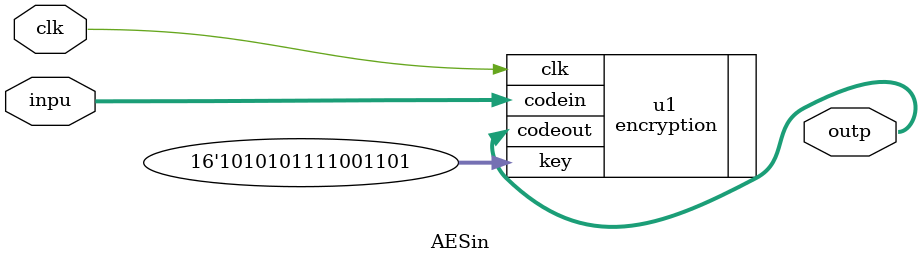
<source format=v>
`timescale 1ns / 1ps

module AESin(
		output[15:0] outp, 
		input[15:0] inpu, 
		input	clk
    );
	 
	encryption u1(.clk(clk),.codein(inpu),.key(16'habcd),.codeout(outp));

endmodule

</source>
